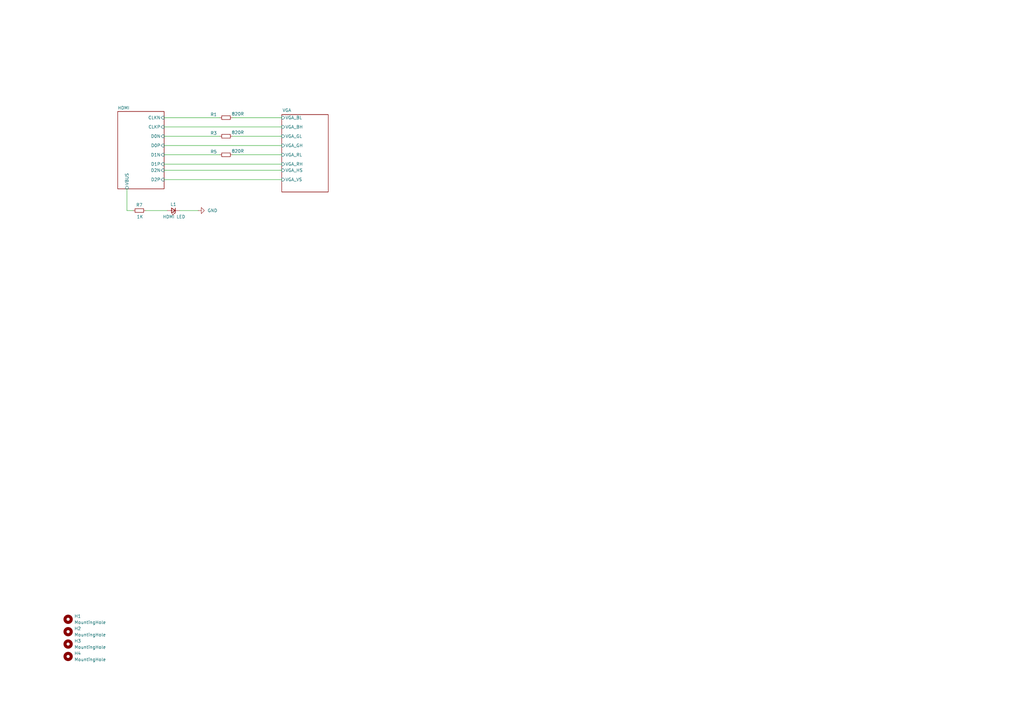
<source format=kicad_sch>
(kicad_sch (version 20250114) (generator "eeschema") (generator_version "9.0")
  (paper "A3")
  (title_block (title "HDMI to VGA Passive Adapter") (date "2025-04-01") (rev "2.02") (company "Mikhail Matveev") (comment 1 "https://github.com/xtremespb/frank"))
  (lib_symbols
    (symbol "Device:LED_Small" (pin_numbers (hide yes)) (pin_names (offset 0.254) (hide yes))
      (property "Reference" "D" (at -1.27 3.175 0))
      (property "Value" "LED_Small" (at -4.445 -2.54 0))
      (symbol "LED_Small_0_1"
        (polyline (pts (xy -0.762 -1.016) (xy -0.762 1.016)) (stroke (width 0.254)))
        (polyline (pts (xy 0 0.762) (xy -0.508 1.27) (xy -0.254 1.27) (xy -0.508 1.27) (xy -0.508 1.016)))
        (polyline (pts (xy 0.508 1.27) (xy 0 1.778) (xy 0.254 1.778) (xy 0 1.778) (xy 0 1.524)))
        (polyline (pts (xy 0.762 -1.016) (xy -0.762 0) (xy 0.762 1.016) (xy 0.762 -1.016)) (stroke (width 0.254)))
        (polyline (pts (xy 1.016 0) (xy -0.762 0)))
      )
      (symbol "LED_Small_1_1"
        (pin passive line (at -2.54 0 0) (length 1.778) (name "K") (number "1"))
        (pin passive line (at 2.54 0 180) (length 1.778) (name "A") (number "2"))
      )
    )
    (symbol "Device:R_Small" (pin_numbers (hide yes)) (pin_names (offset 0.254) (hide yes))
      (property "Reference" "R" (at 0.762 0.508 0))
      (property "Value" "R_Small" (at 0.762 -1.016 0))
      (symbol "R_Small_0_1"
        (rectangle (start -0.762 1.778) (end 0.762 -1.778) (stroke (width 0.2032)))
      )
      (symbol "R_Small_1_1"
        (pin passive line (at 0 2.54 270) (length 0.762) (name "~") (number "1"))
        (pin passive line (at 0 -2.54 90) (length 0.762) (name "~") (number "2"))
      )
    )
    (symbol "Mechanical:MountingHole" (pin_names (offset 1.016)) (exclude_from_sim yes) (in_bom no)
      (property "Reference" "H" (at 0 5.08 0))
      (property "Value" "MountingHole" (at 0 3.175 0))
      (symbol "MountingHole_0_1"
        (circle (center 0 0) (radius 1.27) (stroke (width 1.27)))
      )
    )
    (symbol "power:GND" (power) (pin_numbers (hide yes)) (pin_names (offset 0) (hide yes))
      (property "Value" "GND" (at 0 -3.81 0))
      (symbol "GND_0_1"
        (polyline (pts (xy 0 0) (xy 0 -1.27) (xy 1.27 -1.27) (xy 0 -2.54) (xy -1.27 -1.27) (xy 0 -1.27)))
      )
      (symbol "GND_1_1"
        (pin power_in line (at 0 0 270) (length 0) (name "~") (number "1"))
      )
    )
  )
  (wire (pts (xy 95.25 55.88) (xy 115.57 55.88)))
  (wire (pts (xy 67.31 48.26) (xy 90.17 48.26)))
  (wire (pts (xy 52.07 86.36) (xy 52.07 77.47)))
  (wire (pts (xy 67.31 59.69) (xy 115.57 59.69)))
  (wire (pts (xy 67.31 52.07) (xy 115.57 52.07)))
  (wire (pts (xy 95.25 63.5) (xy 115.57 63.5)))
  (wire (pts (xy 67.31 55.88) (xy 90.17 55.88)))
  (wire (pts (xy 68.58 86.36) (xy 59.69 86.36)))
  (wire (pts (xy 67.31 63.5) (xy 90.17 63.5)))
  (wire (pts (xy 54.61 86.36) (xy 52.07 86.36)))
  (wire (pts (xy 95.25 48.26) (xy 115.57 48.26)))
  (wire (pts (xy 67.31 67.31) (xy 115.57 67.31)))
  (wire (pts (xy 81.28 86.36) (xy 73.66 86.36)))
  (wire (pts (xy 67.31 69.85) (xy 115.57 69.85)))
  (wire (pts (xy 67.31 73.66) (xy 115.57 73.66)))
  (symbol (lib_id "Mechanical:MountingHole") (at 27.94 254 0) (unit 1) (exclude_from_sim yes) (in_bom no)
    (property "Reference" "H1" (at 30.48 252.7299 0) (effects (justify left)))
    (property "Value" "MountingHole" (at 30.48 255.2699 0) (effects (justify left)))
    (property "Footprint" "FRANK:Mounting Hole (2.7mm)" (effects (hide yes)))
    (property "Description" "Mounting Hole without connection" (effects (hide yes)))
  )
  (symbol (lib_id "Mechanical:MountingHole") (at 27.94 269.24 0) (unit 1) (exclude_from_sim yes) (in_bom no)
    (property "Reference" "H4" (at 30.48 267.9699 0) (effects (justify left)))
    (property "Value" "MountingHole" (at 30.48 270.5099 0) (effects (justify left)))
    (property "Footprint" "FRANK:Mounting Hole (2.7mm)" (effects (hide yes)))
    (property "Description" "Mounting Hole without connection" (effects (hide yes)))
  )
  (symbol (lib_id "Device:R_Small") (at 92.71 55.88 90) (unit 1)
    (property "Reference" "R3" (at 87.63 54.61 90))
    (property "Value" "820R" (at 97.536 54.356 90))
    (property "Footprint" "FRANK:Resistor (0805)" (effects (hide yes)))
    (property "Description" "Resistor, small symbol" (effects (hide yes)))
  )
  (symbol (lib_id "power:GND") (at 81.28 86.36 90) (unit 1)
    (property "Reference" "#PWR01" (effects (hide yes)))
    (property "Value" "GND" (at 85.09 86.3599 90) (effects (justify right)))
    (property "Description" "Power symbol creates a global label with name \"GND\" , ground" (effects (hide yes)))
  )
  (symbol (lib_id "Device:R_Small") (at 92.71 63.5 90) (unit 1)
    (property "Reference" "R5" (at 87.63 62.23 90))
    (property "Value" "820R" (at 97.536 61.976 90))
    (property "Footprint" "FRANK:Resistor (0805)" (effects (hide yes)))
    (property "Description" "Resistor, small symbol" (effects (hide yes)))
  )
  (symbol (lib_id "Device:LED_Small") (at 71.12 86.36 180) (unit 1)
    (property "Reference" "L1" (at 71.12 83.82 0))
    (property "Value" "HDMI LED" (at 71.374 88.9 0))
    (property "Footprint" "FRANK:LED (0805)" (effects (hide yes)))
    (property "Description" "Light emitting diode, small symbol" (effects (hide yes)))
    (property "Sim.Pin" "1=K 2=A" (effects (hide yes)))
  )
  (symbol (lib_id "Mechanical:MountingHole") (at 27.94 259.08 0) (unit 1) (exclude_from_sim yes) (in_bom no)
    (property "Reference" "H2" (at 30.48 257.8099 0) (effects (justify left)))
    (property "Value" "MountingHole" (at 30.48 260.3499 0) (effects (justify left)))
    (property "Footprint" "FRANK:Mounting Hole (2.7mm)" (effects (hide yes)))
    (property "Description" "Mounting Hole without connection" (effects (hide yes)))
  )
  (symbol (lib_id "Device:R_Small") (at 92.71 48.26 90) (unit 1)
    (property "Reference" "R1" (at 87.63 46.99 90))
    (property "Value" "820R" (at 97.536 46.736 90))
    (property "Footprint" "FRANK:Resistor (0805)" (effects (hide yes)))
    (property "Description" "Resistor, small symbol" (effects (hide yes)))
  )
  (symbol (lib_id "Device:R_Small") (at 57.15 86.36 90) (unit 1)
    (property "Reference" "R7" (at 57.15 84.074 90))
    (property "Value" "1K" (at 57.404 88.9 90))
    (property "Footprint" "FRANK:Resistor (0805)" (effects (hide yes)))
    (property "Description" "Resistor, small symbol" (effects (hide yes)))
  )
  (symbol (lib_id "Mechanical:MountingHole") (at 27.94 264.16 0) (unit 1) (exclude_from_sim yes) (in_bom no)
    (property "Reference" "H3" (at 30.48 262.8899 0) (effects (justify left)))
    (property "Value" "MountingHole" (at 30.48 265.4299 0) (effects (justify left)))
    (property "Footprint" "FRANK:Mounting Hole (2.7mm)" (effects (hide yes)))
    (property "Description" "Mounting Hole without connection" (effects (hide yes)))
  )
  (sheet (at 115.57 46.99) (size 19.05 31.75) (stroke (width 0.1524))
    (property "Sheetname" "VGA" (at 115.824 45.974 0) (effects (justify left bottom)))
    (property "Sheetfile" "vga.kicad_sch" (effects (hide yes)))
    (pin "VGA_GH" input (at 115.57 59.69 180))
    (pin "VGA_RH" input (at 115.57 67.31 180))
    (pin "VGA_BH" input (at 115.57 52.07 180))
    (pin "VGA_RL" input (at 115.57 63.5 180))
    (pin "VGA_GL" input (at 115.57 55.88 180))
    (pin "VGA_BL" input (at 115.57 48.26 180))
    (pin "VGA_HS" input (at 115.57 69.85 180))
    (pin "VGA_VS" input (at 115.57 73.66 180))
  )
  (sheet (at 48.26 45.72) (size 19.05 31.75) (stroke (width 0.1524))
    (property "Sheetname" "HDMI" (at 48.26 45.0084 0) (effects (justify left bottom)))
    (property "Sheetfile" "hdmi.kicad_sch" (effects (hide yes)))
    (pin "D2N" input (at 67.31 69.85 0))
    (pin "D2P" input (at 67.31 73.66 0))
    (pin "D1P" input (at 67.31 67.31 0))
    (pin "D0P" input (at 67.31 59.69 0))
    (pin "D1N" input (at 67.31 63.5 0))
    (pin "CLKP" input (at 67.31 52.07 0))
    (pin "D0N" input (at 67.31 55.88 0))
    (pin "CLKN" input (at 67.31 48.26 0))
    (pin "VBUS" input (at 52.07 77.47 270))
  )
)
</source>
